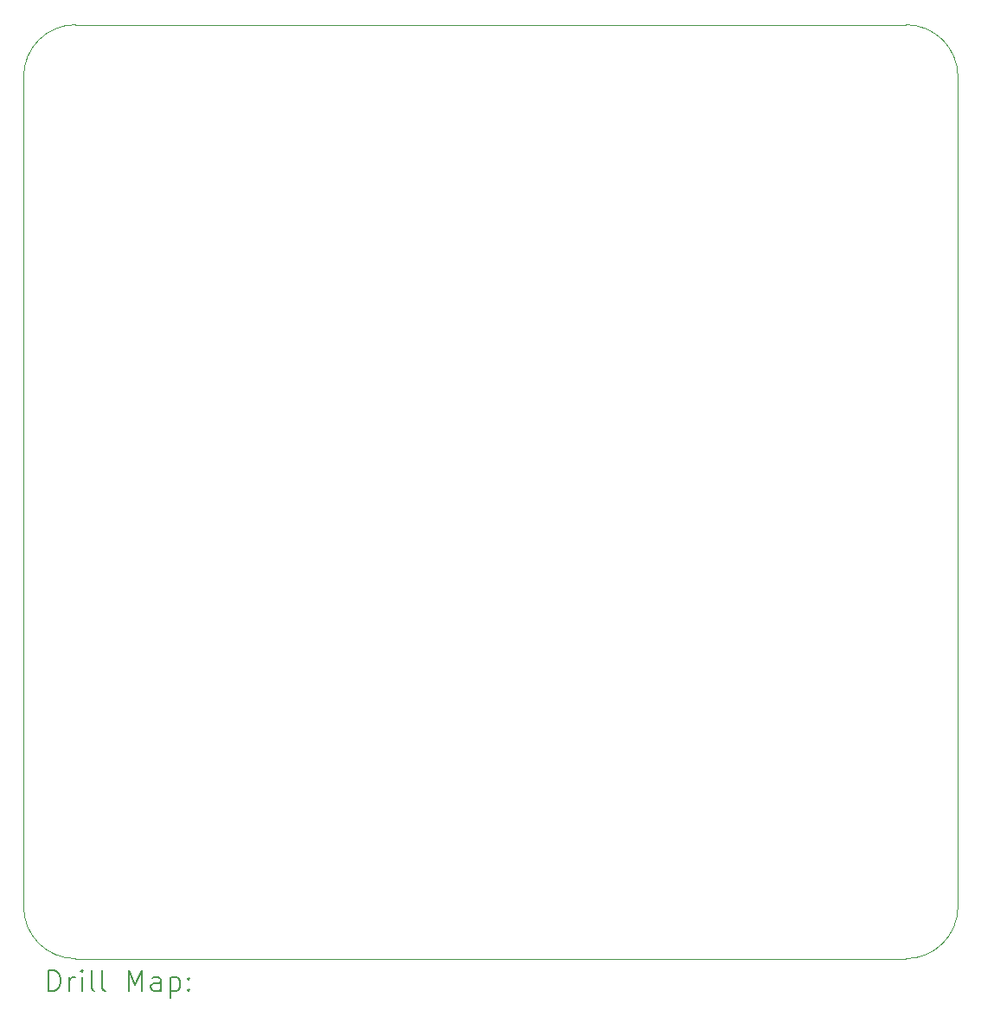
<source format=gbr>
%TF.GenerationSoftware,KiCad,Pcbnew,7.0.2*%
%TF.CreationDate,2023-05-16T20:04:30+02:00*%
%TF.ProjectId,IoT12 Power Supply,496f5431-3220-4506-9f77-657220537570,V1.2*%
%TF.SameCoordinates,Original*%
%TF.FileFunction,Drillmap*%
%TF.FilePolarity,Positive*%
%FSLAX45Y45*%
G04 Gerber Fmt 4.5, Leading zero omitted, Abs format (unit mm)*
G04 Created by KiCad (PCBNEW 7.0.2) date 2023-05-16 20:04:30*
%MOMM*%
%LPD*%
G01*
G04 APERTURE LIST*
%ADD10C,0.050000*%
%ADD11C,0.200000*%
G04 APERTURE END LIST*
D10*
X10668000Y-13970000D02*
X10668000Y-5842000D01*
X10668000Y-13970000D02*
G75*
G03*
X11176000Y-14478000I508000J0D01*
G01*
X11176000Y-5334000D02*
G75*
G03*
X10668000Y-5842000I0J-508000D01*
G01*
X19304000Y-14478000D02*
G75*
G03*
X19812000Y-13970000I0J508000D01*
G01*
X19812000Y-5842000D02*
X19812000Y-13970000D01*
X19812000Y-5842000D02*
G75*
G03*
X19304000Y-5334000I-508000J0D01*
G01*
X11176000Y-5334000D02*
X19304000Y-5334000D01*
X19304000Y-14478000D02*
X11176000Y-14478000D01*
D11*
X10913119Y-14793024D02*
X10913119Y-14593024D01*
X10913119Y-14593024D02*
X10960738Y-14593024D01*
X10960738Y-14593024D02*
X10989310Y-14602548D01*
X10989310Y-14602548D02*
X11008357Y-14621595D01*
X11008357Y-14621595D02*
X11017881Y-14640643D01*
X11017881Y-14640643D02*
X11027405Y-14678738D01*
X11027405Y-14678738D02*
X11027405Y-14707309D01*
X11027405Y-14707309D02*
X11017881Y-14745405D01*
X11017881Y-14745405D02*
X11008357Y-14764452D01*
X11008357Y-14764452D02*
X10989310Y-14783500D01*
X10989310Y-14783500D02*
X10960738Y-14793024D01*
X10960738Y-14793024D02*
X10913119Y-14793024D01*
X11113119Y-14793024D02*
X11113119Y-14659690D01*
X11113119Y-14697786D02*
X11122643Y-14678738D01*
X11122643Y-14678738D02*
X11132167Y-14669214D01*
X11132167Y-14669214D02*
X11151214Y-14659690D01*
X11151214Y-14659690D02*
X11170262Y-14659690D01*
X11236928Y-14793024D02*
X11236928Y-14659690D01*
X11236928Y-14593024D02*
X11227405Y-14602548D01*
X11227405Y-14602548D02*
X11236928Y-14612071D01*
X11236928Y-14612071D02*
X11246452Y-14602548D01*
X11246452Y-14602548D02*
X11236928Y-14593024D01*
X11236928Y-14593024D02*
X11236928Y-14612071D01*
X11360738Y-14793024D02*
X11341690Y-14783500D01*
X11341690Y-14783500D02*
X11332167Y-14764452D01*
X11332167Y-14764452D02*
X11332167Y-14593024D01*
X11465500Y-14793024D02*
X11446452Y-14783500D01*
X11446452Y-14783500D02*
X11436928Y-14764452D01*
X11436928Y-14764452D02*
X11436928Y-14593024D01*
X11694071Y-14793024D02*
X11694071Y-14593024D01*
X11694071Y-14593024D02*
X11760738Y-14735881D01*
X11760738Y-14735881D02*
X11827405Y-14593024D01*
X11827405Y-14593024D02*
X11827405Y-14793024D01*
X12008357Y-14793024D02*
X12008357Y-14688262D01*
X12008357Y-14688262D02*
X11998833Y-14669214D01*
X11998833Y-14669214D02*
X11979786Y-14659690D01*
X11979786Y-14659690D02*
X11941690Y-14659690D01*
X11941690Y-14659690D02*
X11922643Y-14669214D01*
X12008357Y-14783500D02*
X11989309Y-14793024D01*
X11989309Y-14793024D02*
X11941690Y-14793024D01*
X11941690Y-14793024D02*
X11922643Y-14783500D01*
X11922643Y-14783500D02*
X11913119Y-14764452D01*
X11913119Y-14764452D02*
X11913119Y-14745405D01*
X11913119Y-14745405D02*
X11922643Y-14726357D01*
X11922643Y-14726357D02*
X11941690Y-14716833D01*
X11941690Y-14716833D02*
X11989309Y-14716833D01*
X11989309Y-14716833D02*
X12008357Y-14707309D01*
X12103595Y-14659690D02*
X12103595Y-14859690D01*
X12103595Y-14669214D02*
X12122643Y-14659690D01*
X12122643Y-14659690D02*
X12160738Y-14659690D01*
X12160738Y-14659690D02*
X12179786Y-14669214D01*
X12179786Y-14669214D02*
X12189309Y-14678738D01*
X12189309Y-14678738D02*
X12198833Y-14697786D01*
X12198833Y-14697786D02*
X12198833Y-14754928D01*
X12198833Y-14754928D02*
X12189309Y-14773976D01*
X12189309Y-14773976D02*
X12179786Y-14783500D01*
X12179786Y-14783500D02*
X12160738Y-14793024D01*
X12160738Y-14793024D02*
X12122643Y-14793024D01*
X12122643Y-14793024D02*
X12103595Y-14783500D01*
X12284548Y-14773976D02*
X12294071Y-14783500D01*
X12294071Y-14783500D02*
X12284548Y-14793024D01*
X12284548Y-14793024D02*
X12275024Y-14783500D01*
X12275024Y-14783500D02*
X12284548Y-14773976D01*
X12284548Y-14773976D02*
X12284548Y-14793024D01*
X12284548Y-14669214D02*
X12294071Y-14678738D01*
X12294071Y-14678738D02*
X12284548Y-14688262D01*
X12284548Y-14688262D02*
X12275024Y-14678738D01*
X12275024Y-14678738D02*
X12284548Y-14669214D01*
X12284548Y-14669214D02*
X12284548Y-14688262D01*
M02*

</source>
